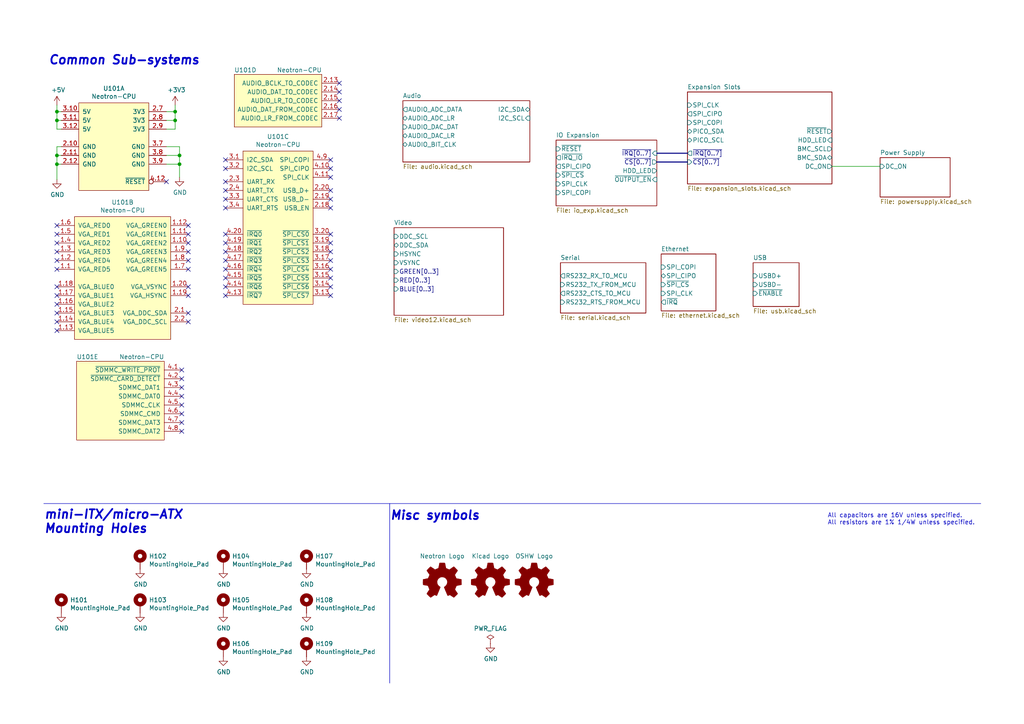
<source format=kicad_sch>
(kicad_sch (version 20230121) (generator eeschema)
  (paper "A4")
  (title_block (title "Neotron Common Hardware") (date "2022-12-26") (rev "[Uncontrolled]") (company "https://neotron-compute.github.io/") (comment 1 "Licenced as CC BY-SA") (comment 2 "Copyright (c) The Neotron Developers, 2022"))
  (lib_symbols
    (symbol "Graphic:Logo_Open_Hardware_Small" (pin_names (offset 1.016))
      (symbol "Logo_Open_Hardware_Small_0_1"
        (polyline (pts (xy 3.3528 -4.3434) (xy 3.302 -4.318) (xy 3.175 -4.2418) (xy 2.9972 -4.1148) (xy 2.7686 -3.9624) (xy 2.54 -3.81) (xy 2.3622 -3.7084) (xy 2.2352 -3.6068) (xy 2.1844 -3.5814) (xy 2.159 -3.6068) (xy 2.0574 -3.6576) (xy 1.905 -3.7338) (xy 1.8034 -3.7846) (xy 1.6764 -3.8354) (xy 1.6002 -3.8354) (xy 1.6002 -3.8354) (xy 1.5494 -3.7338) (xy 1.4732 -3.5306) (xy 1.3462 -3.302) (xy 1.2446 -3.0226) (xy 1.1176 -2.7178) (xy 0.9652 -2.413) (xy 0.8636 -2.1082) (xy 0.7366 -1.8288) (xy 0.6604 -1.6256) (xy 0.6096 -1.4732) (xy 0.5842 -1.397) (xy 0.5842 -1.397) (xy 0.6604 -1.3208) (xy 0.7874 -1.2446) (xy 1.0414 -1.016) (xy 1.2954 -0.6858) (xy 1.4478 -0.3302) (xy 1.524 0.0762) (xy 1.4732 0.4572) (xy 1.3208 0.8128) (xy 1.0668 1.143) (xy 0.762 1.3716) (xy 0.4064 1.524) (xy 0 1.5748) (xy -0.381 1.5494) (xy -0.7366 1.397) (xy -1.0668 1.143) (xy -1.2192 0.9906) (xy -1.397 0.6604) (xy -1.524 0.3048) (xy -1.524 0.2286) (xy -1.4986 -0.1778) (xy -1.397 -0.5334) (xy -1.1938 -0.8636) (xy -0.9144 -1.143) (xy -0.8636 -1.1684) (xy -0.7366 -1.27) (xy -0.635 -1.3462) (xy -0.5842 -1.397) (xy -1.0668 -2.5908) (xy -1.143 -2.794) (xy -1.2954 -3.1242) (xy -1.397 -3.4036) (xy -1.4986 -3.6322) (xy -1.5748 -3.7846) (xy -1.6002 -3.8354) (xy -1.6002 -3.8354) (xy -1.651 -3.8354) (xy -1.7272 -3.81) (xy -1.905 -3.7338) (xy -2.0066 -3.683) (xy -2.1336 -3.6068) (xy -2.2098 -3.5814) (xy -2.2606 -3.6068) (xy -2.3622 -3.683) (xy -2.54 -3.81) (xy -2.7686 -3.9624) (xy -2.9718 -4.0894) (xy -3.1496 -4.2164) (xy -3.302 -4.318) (xy -3.3528 -4.3434) (xy -3.3782 -4.3434) (xy -3.429 -4.318) (xy -3.5306 -4.2164) (xy -3.7084 -4.064) (xy -3.937 -3.8354) (xy -3.9624 -3.81) (xy -4.1656 -3.6068) (xy -4.318 -3.4544) (xy -4.4196 -3.3274) (xy -4.445 -3.2766) (xy -4.445 -3.2766) (xy -4.4196 -3.2258) (xy -4.318 -3.0734) (xy -4.2164 -2.8956) (xy -4.064 -2.667) (xy -3.6576 -2.0828) (xy -3.8862 -1.5494) (xy -3.937 -1.3716) (xy -4.0386 -1.1684) (xy -4.0894 -1.0414) (xy -4.1148 -0.9652) (xy -4.191 -0.9398) (xy -4.318 -0.9144) (xy -4.5466 -0.8636) (xy -4.8006 -0.8128) (xy -5.0546 -0.7874) (xy -5.2578 -0.7366) (xy -5.4356 -0.7112) (xy -5.5118 -0.6858) (xy -5.5118 -0.6858) (xy -5.5372 -0.635) (xy -5.5372 -0.5588) (xy -5.5372 -0.4318) (xy -5.5626 -0.2286) (xy -5.5626 0.0762) (xy -5.5626 0.127) (xy -5.5372 0.4064) (xy -5.5372 0.635) (xy -5.5372 0.762) (xy -5.5372 0.8382) (xy -5.5372 0.8382) (xy -5.461 0.8382) (xy -5.3086 0.889) (xy -5.08 0.9144) (xy -4.826 0.9652) (xy -4.8006 0.9906) (xy -4.5466 1.0414) (xy -4.318 1.0668) (xy -4.1656 1.1176) (xy -4.0894 1.143) (xy -4.0894 1.143) (xy -4.0386 1.2446) (xy -3.9624 1.4224) (xy -3.8608 1.6256) (xy -3.7846 1.8288) (xy -3.7084 2.0066) (xy -3.6576 2.159) (xy -3.6322 2.2098) (xy -3.6322 2.2098) (xy -3.683 2.286) (xy -3.7592 2.413) (xy -3.8862 2.5908) (xy -4.064 2.8194) (xy -4.064 2.8448) (xy -4.2164 3.0734) (xy -4.3434 3.2512) (xy -4.4196 3.3782) (xy -4.445 3.4544) (xy -4.445 3.4544) (xy -4.3942 3.5052) (xy -4.2926 3.6322) (xy -4.1148 3.81) (xy -3.937 4.0132) (xy -3.8608 4.064) (xy -3.6576 4.2926) (xy -3.5052 4.4196) (xy -3.4036 4.4958) (xy -3.3528 4.5212) (xy -3.3528 4.5212) (xy -3.302 4.4704) (xy -3.1496 4.3688) (xy -2.9718 4.2418) (xy -2.7432 4.0894) (xy -2.7178 4.0894) (xy -2.4892 3.937) (xy -2.3114 3.81) (xy -2.1844 3.7084) (xy -2.1336 3.683) (xy -2.1082 3.683) (xy -2.032 3.7084) (xy -1.8542 3.7592) (xy -1.6764 3.8354) (xy -1.4732 3.937) (xy -1.27 4.0132) (xy -1.143 4.064) (xy -1.0668 4.1148) (xy -1.0668 4.1148) (xy -1.0414 4.191) (xy -1.016 4.3434) (xy -0.9652 4.572) (xy -0.9144 4.8514) (xy -0.889 4.9022) (xy -0.8382 5.1562) (xy -0.8128 5.3848) (xy -0.7874 5.5372) (xy -0.762 5.588) (xy -0.7112 5.6134) (xy -0.5842 5.6134) (xy -0.4064 5.6134) (xy -0.1524 5.6134) (xy 0.0762 5.6134) (xy 0.3302 5.6134) (xy 0.5334 5.6134) (xy 0.6858 5.588) (xy 0.7366 5.588) (xy 0.7366 5.588) (xy 0.762 5.5118) (xy 0.8128 5.334) (xy 0.8382 5.1054) (xy 0.9144 4.826) (xy 0.9144 4.7752) (xy 0.9652 4.5212) (xy 1.016 4.2926) (xy 1.0414 4.1402) (xy 1.0668 4.0894) (xy 1.0668 4.0894) (xy 1.1938 4.0386) (xy 1.3716 3.9624) (xy 1.5748 3.8608) (xy 2.0828 3.6576) (xy 2.7178 4.0894) (xy 2.7686 4.1402) (xy 2.9972 4.2926) (xy 3.175 4.4196) (xy 3.302 4.4958) (xy 3.3782 4.5212) (xy 3.3782 4.5212) (xy 3.429 4.4704) (xy 3.556 4.3434) (xy 3.7338 4.191) (xy 3.9116 3.9878) (xy 4.064 3.8354) (xy 4.2418 3.6576) (xy 4.3434 3.556) (xy 4.4196 3.4798) (xy 4.4196 3.429) (xy 4.4196 3.4036) (xy 4.3942 3.3274) (xy 4.2926 3.2004) (xy 4.1656 2.9972) (xy 4.0132 2.794) (xy 3.8862 2.5908) (xy 3.7592 2.3876) (xy 3.6576 2.2352) (xy 3.6322 2.159) (xy 3.6322 2.1336) (xy 3.683 2.0066) (xy 3.7592 1.8288) (xy 3.8608 1.6002) (xy 4.064 1.1176) (xy 4.3942 1.0414) (xy 4.5974 1.016) (xy 4.8768 0.9652) (xy 5.1308 0.9144) (xy 5.5372 0.8382) (xy 5.5626 -0.6604) (xy 5.4864 -0.6858) (xy 5.4356 -0.6858) (xy 5.2832 -0.7366) (xy 5.0546 -0.762) (xy 4.8006 -0.8128) (xy 4.5974 -0.8636) (xy 4.3688 -0.9144) (xy 4.2164 -0.9398) (xy 4.1402 -0.9398) (xy 4.1148 -0.9652) (xy 4.064 -1.0668) (xy 3.9878 -1.2446) (xy 3.9116 -1.4478) (xy 3.81 -1.651) (xy 3.7338 -1.8542) (xy 3.683 -2.0066) (xy 3.6576 -2.0828) (xy 3.683 -2.1336) (xy 3.7846 -2.2606) (xy 3.8862 -2.4638) (xy 4.0386 -2.667) (xy 4.191 -2.8956) (xy 4.318 -3.0734) (xy 4.3942 -3.2004) (xy 4.445 -3.2766) (xy 4.4196 -3.3274) (xy 4.3434 -3.429) (xy 4.1656 -3.5814) (xy 3.937 -3.8354) (xy 3.8862 -3.8608) (xy 3.683 -4.064) (xy 3.5306 -4.2164) (xy 3.4036 -4.318) (xy 3.3528 -4.3434)) (fill (type outline)))
      )
    )
    (symbol "Mechanical:MountingHole_Pad" (pin_numbers hide) (pin_names (offset 1.016) hide)
      (property "Reference" "H" (at 0 6.35 0))
      (property "Value" "MountingHole_Pad" (at 0 4.445 0))
      (symbol "MountingHole_Pad_0_1"
        (circle (center 0 1.27) (radius 1.27) (stroke (width 1.27)))
      )
      (symbol "MountingHole_Pad_1_1"
        (pin input line (at 0 -2.54 90) (length 2.54) (name "1") (number "1"))
      )
    )
    (symbol "Neotron-Common-Hardware:Neotron-CPU" (pin_names (offset 1.016))
      (property "Reference" "U" (at 10.16 8.89 0))
      (property "Value" "Neotron-CPU" (at -10.16 8.89 0))
      (symbol "Neotron-CPU_1_1"
        (rectangle (start -10.16 7.62) (end 10.16 -17.78) (fill (type background)))
        (pin power_in line (at -15.24 -5.08 0) (length 5.08) (name "GND") (number "2.10"))
        (pin power_in line (at -15.24 -7.62 0) (length 5.08) (name "GND") (number "2.11"))
        (pin power_in line (at -15.24 -10.16 0) (length 5.08) (name "GND") (number "2.12"))
        (pin power_in line (at 15.24 5.08 180) (length 5.08) (name "3V3") (number "2.7"))
        (pin power_in line (at 15.24 2.54 180) (length 5.08) (name "3V3") (number "2.8"))
        (pin power_in line (at 15.24 0 180) (length 5.08) (name "3V3") (number "2.9"))
        (pin power_in line (at -15.24 5.08 0) (length 5.08) (name "5V") (number "3.10"))
        (pin power_in line (at -15.24 2.54 0) (length 5.08) (name "5V") (number "3.11"))
        (pin power_in line (at -15.24 0 0) (length 5.08) (name "5V") (number "3.12"))
        (pin power_in line (at 15.24 -5.08 180) (length 5.08) (name "GND") (number "3.7"))
        (pin power_in line (at 15.24 -7.62 180) (length 5.08) (name "GND") (number "3.8"))
        (pin power_in line (at 15.24 -10.16 180) (length 5.08) (name "GND") (number "3.9"))
        (pin input inverted (at 15.24 -15.24 180) (length 5.08) (name "~{RESET}") (number "4.12"))
      )
      (symbol "Neotron-CPU_2_1"
        (rectangle (start -12.7 7.62) (end 15.24 -27.94) (fill (type background)))
        (pin output line (at -17.78 -7.62 0) (length 5.08) (name "VGA_RED5") (number "1.1"))
        (pin output line (at 20.32 0 180) (length 5.08) (name "VGA_GREEN2") (number "1.10"))
        (pin output line (at 20.32 2.54 180) (length 5.08) (name "VGA_GREEN1") (number "1.11"))
        (pin output line (at 20.32 5.08 180) (length 5.08) (name "VGA_GREEN0") (number "1.12"))
        (pin output line (at -17.78 -25.4 0) (length 5.08) (name "VGA_BLUE5") (number "1.13"))
        (pin output line (at -17.78 -22.86 0) (length 5.08) (name "VGA_BLUE4") (number "1.14"))
        (pin output line (at -17.78 -20.32 0) (length 5.08) (name "VGA_BLUE3") (number "1.15"))
        (pin output line (at -17.78 -17.78 0) (length 5.08) (name "VGA_BLUE2") (number "1.16"))
        (pin output line (at -17.78 -15.24 0) (length 5.08) (name "VGA_BLUE1") (number "1.17"))
        (pin output line (at -17.78 -12.7 0) (length 5.08) (name "VGA_BLUE0") (number "1.18"))
        (pin output line (at 20.32 -15.24 180) (length 5.08) (name "VGA_HSYNC") (number "1.19"))
        (pin output line (at -17.78 -5.08 0) (length 5.08) (name "VGA_RED4") (number "1.2"))
        (pin output line (at 20.32 -12.7 180) (length 5.08) (name "VGA_VSYNC") (number "1.20"))
        (pin output line (at -17.78 -2.54 0) (length 5.08) (name "VGA_RED3") (number "1.3"))
        (pin output line (at -17.78 0 0) (length 5.08) (name "VGA_RED2") (number "1.4"))
        (pin output line (at -17.78 2.54 0) (length 5.08) (name "VGA_RED1") (number "1.5"))
        (pin output line (at -17.78 5.08 0) (length 5.08) (name "VGA_RED0") (number "1.6"))
        (pin output line (at 20.32 -7.62 180) (length 5.08) (name "VGA_GREEN5") (number "1.7"))
        (pin output line (at 20.32 -5.08 180) (length 5.08) (name "VGA_GREEN4") (number "1.8"))
        (pin output line (at 20.32 -2.54 180) (length 5.08) (name "VGA_GREEN3") (number "1.9"))
        (pin bidirectional line (at 20.32 -20.32 180) (length 5.08) (name "VGA_DDC_SDA") (number "2.1"))
        (pin bidirectional line (at 20.32 -22.86 180) (length 5.08) (name "VGA_DDC_SCL") (number "2.2"))
      )
      (symbol "Neotron-CPU_3_1"
        (rectangle (start -10.16 7.62) (end 10.16 -36.83) (fill (type background)))
        (pin output line (at 15.24 -8.89 180) (length 5.08) (name "USB_EN") (number "2.18"))
        (pin bidirectional line (at 15.24 -6.35 180) (length 5.08) (name "USB_D-") (number "2.19"))
        (pin bidirectional line (at 15.24 -3.81 180) (length 5.08) (name "USB_D+") (number "2.20"))
        (pin input line (at -15.24 -1.27 0) (length 5.08) (name "UART_RX") (number "2.3"))
        (pin output line (at -15.24 -3.81 0) (length 5.08) (name "UART_TX") (number "2.4"))
        (pin bidirectional line (at -15.24 5.08 0) (length 5.08) (name "I2C_SDA") (number "3.1"))
        (pin output line (at 15.24 -34.29 180) (length 5.08) (name "~{SPI_CS7}") (number "3.13"))
        (pin output line (at 15.24 -31.75 180) (length 5.08) (name "~{SPI_CS6}") (number "3.14"))
        (pin output line (at 15.24 -29.21 180) (length 5.08) (name "~{SPI_CS5}") (number "3.15"))
        (pin output line (at 15.24 -26.67 180) (length 5.08) (name "~{SPI_CS4}") (number "3.16"))
        (pin output line (at 15.24 -24.13 180) (length 5.08) (name "~{SPI_CS3}") (number "3.17"))
        (pin output line (at 15.24 -21.59 180) (length 5.08) (name "~{SPI_CS2}") (number "3.18"))
        (pin output line (at 15.24 -19.05 180) (length 5.08) (name "~{SPI_CS1}") (number "3.19"))
        (pin bidirectional line (at -15.24 2.54 0) (length 5.08) (name "I2C_SCL") (number "3.2"))
        (pin output line (at 15.24 -16.51 180) (length 5.08) (name "~{SPI_CS0}") (number "3.20"))
        (pin input line (at -15.24 -6.35 0) (length 5.08) (name "UART_CTS") (number "3.3"))
        (pin output line (at -15.24 -8.89 0) (length 5.08) (name "UART_RTS") (number "3.4"))
        (pin input line (at 15.24 2.54 180) (length 5.08) (name "SPI_CIPO") (number "4.10"))
        (pin output line (at 15.24 0 180) (length 5.08) (name "SPI_CLK") (number "4.11"))
        (pin input line (at -15.24 -34.29 0) (length 5.08) (name "~{IRQ7}") (number "4.13"))
        (pin input line (at -15.24 -31.75 0) (length 5.08) (name "~{IRQ6}") (number "4.14"))
        (pin input line (at -15.24 -29.21 0) (length 5.08) (name "~{IRQ5}") (number "4.15"))
        (pin input line (at -15.24 -26.67 0) (length 5.08) (name "~{IRQ4}") (number "4.16"))
        (pin input line (at -15.24 -24.13 0) (length 5.08) (name "~{IRQ3}") (number "4.17"))
        (pin input line (at -15.24 -21.59 0) (length 5.08) (name "~{IRQ2}") (number "4.18"))
        (pin input line (at -15.24 -19.05 0) (length 5.08) (name "~{IRQ1}") (number "4.19"))
        (pin input line (at -15.24 -16.51 0) (length 5.08) (name "~{IRQ0}") (number "4.20"))
        (pin output line (at 15.24 5.08 180) (length 5.08) (name "SPI_COPI") (number "4.9"))
      )
      (symbol "Neotron-CPU_4_1"
        (rectangle (start -12.7 7.62) (end 12.7 -7.62) (fill (type background)))
        (pin output line (at -17.78 5.08 0) (length 5.08) (name "AUDIO_BCLK_TO_CODEC") (number "2.13"))
        (pin output line (at -17.78 2.54 0) (length 5.08) (name "AUDIO_DAT_TO_CODEC") (number "2.14"))
        (pin output line (at -17.78 0 0) (length 5.08) (name "AUDIO_LR_TO_CODEC") (number "2.15"))
        (pin input line (at -17.78 -2.54 0) (length 5.08) (name "AUDIO_DAT_FROM_CODEC") (number "2.16"))
        (pin input line (at -17.78 -5.08 0) (length 5.08) (name "AUDIO_LR_FROM_CODEC") (number "2.17"))
      )
      (symbol "Neotron-CPU_5_1"
        (rectangle (start -12.7 7.62) (end 12.7 -15.24) (fill (type background)))
        (pin input line (at -17.78 5.08 0) (length 5.08) (name "~{SDMMC_WRITE_PROT}") (number "4.1"))
        (pin input line (at -17.78 2.54 0) (length 5.08) (name "~{SDMMC_CARD_DETECT}") (number "4.2"))
        (pin bidirectional line (at -17.78 0 0) (length 5.08) (name "SDMMC_DAT1") (number "4.3"))
        (pin bidirectional line (at -17.78 -2.54 0) (length 5.08) (name "SDMMC_DAT0") (number "4.4"))
        (pin output line (at -17.78 -5.08 0) (length 5.08) (name "SDMMC_CLK") (number "4.5"))
        (pin output line (at -17.78 -7.62 0) (length 5.08) (name "SDMMC_CMD") (number "4.6"))
        (pin bidirectional line (at -17.78 -10.16 0) (length 5.08) (name "SDMMC_DAT3") (number "4.7"))
        (pin bidirectional line (at -17.78 -12.7 0) (length 5.08) (name "SDMMC_DAT2") (number "4.8"))
      )
    )
    (symbol "power:+3V3" (power) (pin_names (offset 0))
      (property "Value" "+3V3" (at 0 3.556 0))
      (symbol "+3V3_0_1"
        (polyline (pts (xy -0.762 1.27) (xy 0 2.54)))
        (polyline (pts (xy 0 0) (xy 0 2.54)))
        (polyline (pts (xy 0 2.54) (xy 0.762 1.27)))
      )
      (symbol "+3V3_1_1"
        (pin power_in line (at 0 0 90) (length 0) hide (name "+3V3") (number "1"))
      )
    )
    (symbol "power:+5V" (power) (pin_names (offset 0))
      (property "Value" "+5V" (at 0 3.556 0))
      (symbol "+5V_0_1"
        (polyline (pts (xy -0.762 1.27) (xy 0 2.54)))
        (polyline (pts (xy 0 0) (xy 0 2.54)))
        (polyline (pts (xy 0 2.54) (xy 0.762 1.27)))
      )
      (symbol "+5V_1_1"
        (pin power_in line (at 0 0 90) (length 0) hide (name "+5V") (number "1"))
      )
    )
    (symbol "power:GND" (power) (pin_names (offset 0))
      (property "Value" "GND" (at 0 -3.81 0))
      (symbol "GND_0_1"
        (polyline (pts (xy 0 0) (xy 0 -1.27) (xy 1.27 -1.27) (xy 0 -2.54) (xy -1.27 -1.27) (xy 0 -1.27)))
      )
      (symbol "GND_1_1"
        (pin power_in line (at 0 0 270) (length 0) hide (name "GND") (number "1"))
      )
    )
    (symbol "power:PWR_FLAG" (power) (pin_numbers hide) (pin_names (offset 0) hide)
      (property "Value" "PWR_FLAG" (at 0 3.81 0))
      (symbol "PWR_FLAG_0_0"
        (pin power_out line (at 0 0 90) (length 0) (name "pwr") (number "1"))
      )
      (symbol "PWR_FLAG_0_1"
        (polyline (pts (xy 0 0) (xy 0 1.27) (xy -1.016 1.905) (xy 0 2.54) (xy 1.016 1.905) (xy 0 1.27)))
      )
    )
  )
  (junction (at 16.51 47.625))
  (junction (at 16.51 45.085))
  (junction (at 16.51 32.385))
  (junction (at 50.8 34.925))
  (junction (at 16.51 34.925))
  (junction (at 52.07 47.625))
  (junction (at 52.07 45.085))
  (junction (at 50.8 32.385))
  (no_connect (at 65.405 52.705))
  (no_connect (at 98.425 34.29))
  (no_connect (at 65.405 80.645))
  (no_connect (at 95.885 73.025))
  (no_connect (at 95.885 55.245))
  (no_connect (at 65.405 67.945))
  (no_connect (at 16.51 90.805))
  (no_connect (at 95.885 83.185))
  (no_connect (at 16.51 67.945))
  (no_connect (at 16.51 70.485))
  (no_connect (at 54.61 65.405))
  (no_connect (at 16.51 73.025))
  (no_connect (at 98.425 29.21))
  (no_connect (at 54.61 85.725))
  (no_connect (at 65.405 85.725))
  (no_connect (at 54.61 93.345))
  (no_connect (at 54.61 73.025))
  (no_connect (at 95.885 70.485))
  (no_connect (at 95.885 80.645))
  (no_connect (at 16.51 88.265))
  (no_connect (at 65.405 48.895))
  (no_connect (at 65.405 57.785))
  (no_connect (at 54.61 67.945))
  (no_connect (at 65.405 70.485))
  (no_connect (at 65.405 78.105))
  (no_connect (at 65.405 75.565))
  (no_connect (at 95.885 57.785))
  (no_connect (at 95.885 46.355))
  (no_connect (at 16.51 85.725))
  (no_connect (at 54.61 83.185))
  (no_connect (at 95.885 67.945))
  (no_connect (at 16.51 65.405))
  (no_connect (at 65.405 83.185))
  (no_connect (at 52.705 112.395))
  (no_connect (at 48.26 52.705))
  (no_connect (at 16.51 93.345))
  (no_connect (at 65.405 73.025))
  (no_connect (at 16.51 75.565))
  (no_connect (at 65.405 46.355))
  (no_connect (at 54.61 70.485))
  (no_connect (at 95.885 85.725))
  (no_connect (at 98.425 26.67))
  (no_connect (at 52.705 120.015))
  (no_connect (at 16.51 83.185))
  (no_connect (at 95.885 51.435))
  (no_connect (at 54.61 90.805))
  (no_connect (at 52.705 114.935))
  (no_connect (at 54.61 75.565))
  (no_connect (at 54.61 78.105))
  (no_connect (at 65.405 55.245))
  (no_connect (at 95.885 75.565))
  (no_connect (at 52.705 125.095))
  (no_connect (at 95.885 60.325))
  (no_connect (at 52.705 109.855))
  (no_connect (at 52.705 122.555))
  (no_connect (at 95.885 48.895))
  (no_connect (at 16.51 78.105))
  (no_connect (at 52.705 117.475))
  (no_connect (at 65.405 60.325))
  (no_connect (at 16.51 95.885))
  (no_connect (at 95.885 78.105))
  (no_connect (at 98.425 31.75))
  (no_connect (at 52.705 107.315))
  (no_connect (at 98.425 24.13))
  (bus (pts (xy 190.5 46.99) (xy 199.39 46.99)))
  (wire (pts (xy 17.78 32.385) (xy 16.51 32.385)))
  (wire (pts (xy 48.26 42.545) (xy 52.07 42.545)))
  (wire (pts (xy 16.51 45.085) (xy 16.51 47.625)))
  (bus (pts (xy 190.5 44.45) (xy 199.39 44.45)))
  (wire (pts (xy 48.26 45.085) (xy 52.07 45.085)))
  (wire (pts (xy 48.26 32.385) (xy 50.8 32.385)))
  (wire (pts (xy 48.26 37.465) (xy 50.8 37.465)))
  (wire (pts (xy 52.07 42.545) (xy 52.07 45.085)))
  (polyline (pts (xy 113.03 146.05) (xy 113.03 198.12)))
  (wire (pts (xy 50.8 32.385) (xy 50.8 30.48)))
  (wire (pts (xy 16.51 34.925) (xy 16.51 32.385)))
  (wire (pts (xy 52.07 47.625) (xy 52.07 51.435)))
  (wire (pts (xy 17.78 37.465) (xy 16.51 37.465)))
  (wire (pts (xy 17.78 34.925) (xy 16.51 34.925)))
  (wire (pts (xy 52.07 45.085) (xy 52.07 47.625)))
  (wire (pts (xy 16.51 47.625) (xy 16.51 52.07)))
  (wire (pts (xy 48.26 47.625) (xy 52.07 47.625)))
  (polyline (pts (xy 12.7 146.05) (xy 284.48 146.05)))
  (wire (pts (xy 16.51 42.545) (xy 16.51 45.085)))
  (wire (pts (xy 16.51 32.385) (xy 16.51 30.48)))
  (wire (pts (xy 48.26 34.925) (xy 50.8 34.925)))
  (wire (pts (xy 50.8 37.465) (xy 50.8 34.925)))
  (wire (pts (xy 241.3 48.26) (xy 255.27 48.26)))
  (wire (pts (xy 50.8 34.925) (xy 50.8 32.385)))
  (wire (pts (xy 17.78 47.625) (xy 16.51 47.625)))
  (wire (pts (xy 17.78 45.085) (xy 16.51 45.085)))
  (wire (pts (xy 17.78 42.545) (xy 16.51 42.545)))
  (wire (pts (xy 16.51 37.465) (xy 16.51 34.925)))
  (text "mini-ITX/micro-ATX\nMounting Holes" (at 12.7 154.94 0) (effects (font (size 2.54 2.54) (thickness 0.508) bold italic) (justify left bottom)))
  (text "Common Sub-systems" (at 13.97 19.05 0) (effects (font (size 2.54 2.54) (thickness 0.508) bold italic) (justify left bottom)))
  (text "Misc symbols" (at 113.03 151.13 0) (effects (font (size 2.54 2.54) (thickness 0.508) bold italic) (justify left bottom)))
  (text "All capacitors are 16V unless specified.\nAll resistors are 1% 1/4W unless specified." (at 240.03 152.4 0) (effects (font (size 1.27 1.27)) (justify left bottom)))
  (symbol (lib_id "Graphic:Logo_Open_Hardware_Small") (at 154.94 168.91 0) (unit 1)
    (property "Reference" "LOGO103" (effects hide))
    (property "Value" "OSHW Logo" (at 154.94 161.29 0))
    (property "Footprint" "Symbol:OSHW-Logo_11.4x12mm_SilkScreen" (effects hide))
    (property "DNP" "1" (effects hide))
  )
  (symbol (lib_id "Graphic:Logo_Open_Hardware_Small") (at 142.24 168.91 0) (unit 1)
    (property "Reference" "LOGO102" (effects hide))
    (property "Value" "Kicad Logo" (at 142.24 161.29 0))
    (property "Footprint" "Symbol:KiCad-Logo2_12mm_SilkScreen" (effects hide))
    (property "DNP" "1" (effects hide))
  )
  (symbol (lib_id "Graphic:Logo_Open_Hardware_Small") (at 128.27 168.91 0) (unit 1)
    (property "Reference" "LOGO101" (effects hide))
    (property "Value" "Neotron Logo" (at 128.27 161.29 0))
    (property "Footprint" "Neotron-Common-Hardware:logo" (effects hide))
    (property "DNP" "1" (effects hide))
  )
  (symbol (lib_id "power:+5V") (at 16.51 30.48 0) (unit 1)
    (property "Reference" "#PWR0101" (effects hide))
    (property "Value" "+5V" (at 16.891 26.0858 0))
  )
  (symbol (lib_id "power:+3V3") (at 50.8 30.48 0) (unit 1)
    (property "Reference" "#PWR0106" (effects hide))
    (property "Value" "+3V3" (at 51.181 26.0858 0))
  )
  (symbol (lib_id "power:GND") (at 16.51 52.07 0) (unit 1)
    (property "Reference" "#PWR0102" (effects hide))
    (property "Value" "GND" (at 16.637 56.4642 0))
  )
  (symbol (lib_id "power:GND") (at 52.07 51.435 0) (unit 1)
    (property "Reference" "#PWR0107" (effects hide))
    (property "Value" "GND" (at 52.197 55.8292 0))
  )
  (symbol (lib_id "Neotron-Common-Hardware:Neotron-CPU") (at 33.02 37.465 0) (unit 1)
    (property "Reference" "U101" (at 33.02 25.654 0))
    (property "Value" "Neotron-CPU" (at 33.02 27.9654 0))
    (property "Footprint" "Neotron-Common-Hardware:Neotron_CPU_Socket" (effects hide))
    (property "Datasheet" "https://github.com/neotron-compute" (effects hide))
    (property "DNP" "1" (effects hide))
  )
  (symbol (lib_id "Neotron-Common-Hardware:Neotron-CPU") (at 34.29 70.485 0) (unit 2)
    (property "Reference" "U101" (at 35.56 58.674 0))
    (property "Value" "Neotron-CPU" (at 35.56 60.9854 0))
    (property "Footprint" "Neotron-Common-Hardware:Neotron_CPU_Socket" (effects hide))
    (property "Datasheet" "https://github.com/neotron-compute" (effects hide))
    (property "DNP" "1" (effects hide))
  )
  (symbol (lib_id "Neotron-Common-Hardware:Neotron-CPU") (at 80.645 51.435 0) (unit 3)
    (property "Reference" "U101" (at 80.645 39.624 0))
    (property "Value" "Neotron-CPU" (at 80.645 41.9354 0))
    (property "Footprint" "Neotron-Common-Hardware:Neotron_CPU_Socket" (effects hide))
    (property "Datasheet" "https://github.com/neotron-compute" (effects hide))
    (property "DNP" "1" (effects hide))
  )
  (symbol (lib_id "Neotron-Common-Hardware:Neotron-CPU") (at 80.645 29.21 0) (mirror y) (unit 4)
    (property "Reference" "U101" (at 67.945 20.32 0) (effects (justify right)))
    (property "Value" "Neotron-CPU" (at 93.345 20.32 0) (effects (justify left)))
    (property "Footprint" "Neotron-Common-Hardware:Neotron_CPU_Socket" (effects hide))
    (property "Datasheet" "https://github.com/neotron-compute" (effects hide))
    (property "DNP" "1" (effects hide))
  )
  (symbol (lib_id "Neotron-Common-Hardware:Neotron-CPU") (at 34.925 112.395 0) (mirror y) (unit 5)
    (property "Reference" "U101" (at 22.225 103.505 0) (effects (justify right)))
    (property "Value" "Neotron-CPU" (at 47.625 103.505 0) (effects (justify left)))
    (property "Footprint" "Neotron-Common-Hardware:Neotron_CPU_Socket" (effects hide))
    (property "Datasheet" "https://github.com/neotron-compute" (effects hide))
    (property "DNP" "1" (effects hide))
  )
  (symbol (lib_id "power:GND") (at 142.24 186.69 0) (unit 1)
    (property "Reference" "#PWR0114" (effects hide))
    (property "Value" "GND" (at 142.367 191.0842 0))
  )
  (symbol (lib_id "power:PWR_FLAG") (at 142.24 186.69 0) (unit 1)
    (property "Reference" "#FLG0101" (effects hide))
    (property "Value" "PWR_FLAG" (at 142.24 182.2958 0))
  )
  (symbol (lib_id "Mechanical:MountingHole_Pad") (at 40.64 162.56 0) (unit 1)
    (property "Reference" "H102" (at 43.18 161.3154 0) (effects (justify left)))
    (property "Value" "MountingHole_Pad" (at 43.18 163.6268 0) (effects (justify left)))
    (property "Footprint" "MountingHole:MountingHole_4.3mm_M4_Pad_Via" (effects hide))
    (property "DNP" "1" (effects hide))
  )
  (symbol (lib_id "Mechanical:MountingHole_Pad") (at 40.64 175.26 0) (unit 1)
    (property "Reference" "H103" (at 43.18 174.0154 0) (effects (justify left)))
    (property "Value" "MountingHole_Pad" (at 43.18 176.3268 0) (effects (justify left)))
    (property "Footprint" "MountingHole:MountingHole_4.3mm_M4_Pad_Via" (effects hide))
    (property "DNP" "1" (effects hide))
  )
  (symbol (lib_id "Mechanical:MountingHole_Pad") (at 64.77 162.56 0) (unit 1)
    (property "Reference" "H104" (at 67.31 161.3154 0) (effects (justify left)))
    (property "Value" "MountingHole_Pad" (at 67.31 163.6268 0) (effects (justify left)))
    (property "Footprint" "MountingHole:MountingHole_4.3mm_M4_Pad_Via" (effects hide))
    (property "DNP" "1" (effects hide))
  )
  (symbol (lib_id "Mechanical:MountingHole_Pad") (at 64.77 175.26 0) (unit 1)
    (property "Reference" "H105" (at 67.31 174.0154 0) (effects (justify left)))
    (property "Value" "MountingHole_Pad" (at 67.31 176.3268 0) (effects (justify left)))
    (property "Footprint" "MountingHole:MountingHole_4.3mm_M4_Pad_Via" (effects hide))
    (property "DNP" "1" (effects hide))
  )
  (symbol (lib_id "Mechanical:MountingHole_Pad") (at 88.9 162.56 0) (unit 1)
    (property "Reference" "H107" (at 91.44 161.3154 0) (effects (justify left)))
    (property "Value" "MountingHole_Pad" (at 91.44 163.6268 0) (effects (justify left)))
    (property "Footprint" "MountingHole:MountingHole_4.3mm_M4_Pad_Via" (effects hide))
    (property "DNP" "1" (effects hide))
  )
  (symbol (lib_id "Mechanical:MountingHole_Pad") (at 64.77 187.96 0) (unit 1)
    (property "Reference" "H106" (at 67.31 186.7154 0) (effects (justify left)))
    (property "Value" "MountingHole_Pad" (at 67.31 189.0268 0) (effects (justify left)))
    (property "Footprint" "MountingHole:MountingHole_4.3mm_M4_Pad_Via" (effects hide))
    (property "DNP" "1" (effects hide))
  )
  (symbol (lib_id "Mechanical:MountingHole_Pad") (at 17.78 175.26 0) (unit 1)
    (property "Reference" "H101" (at 20.32 174.0154 0) (effects (justify left)))
    (property "Value" "MountingHole_Pad" (at 20.32 176.3268 0) (effects (justify left)))
    (property "Footprint" "MountingHole:MountingHole_4.3mm_M4_Pad_Via" (effects hide))
    (property "DNP" "1" (effects hide))
  )
  (symbol (lib_id "power:GND") (at 40.64 177.8 0) (unit 1)
    (property "Reference" "#PWR0105" (effects hide))
    (property "Value" "GND" (at 40.767 182.1942 0))
  )
  (symbol (lib_id "power:GND") (at 64.77 177.8 0) (unit 1)
    (property "Reference" "#PWR0109" (effects hide))
    (property "Value" "GND" (at 64.897 182.1942 0))
  )
  (symbol (lib_id "power:GND") (at 64.77 190.5 0) (unit 1)
    (property "Reference" "#PWR0110" (effects hide))
    (property "Value" "GND" (at 64.897 194.8942 0))
  )
  (symbol (lib_id "power:GND") (at 17.78 177.8 0) (unit 1)
    (property "Reference" "#PWR0103" (effects hide))
    (property "Value" "GND" (at 17.907 182.1942 0))
  )
  (symbol (lib_id "power:GND") (at 88.9 165.1 0) (unit 1)
    (property "Reference" "#PWR0111" (effects hide))
    (property "Value" "GND" (at 89.027 169.4942 0))
  )
  (symbol (lib_id "power:GND") (at 64.77 165.1 0) (unit 1)
    (property "Reference" "#PWR0108" (effects hide))
    (property "Value" "GND" (at 64.897 169.4942 0))
  )
  (symbol (lib_id "power:GND") (at 40.64 165.1 0) (unit 1)
    (property "Reference" "#PWR0104" (effects hide))
    (property "Value" "GND" (at 40.767 169.4942 0))
  )
  (symbol (lib_id "Mechanical:MountingHole_Pad") (at 88.9 187.96 0) (unit 1)
    (property "Reference" "H109" (at 91.44 186.7154 0) (effects (justify left)))
    (property "Value" "MountingHole_Pad" (at 91.44 189.0268 0) (effects (justify left)))
    (property "Footprint" "MountingHole:MountingHole_4.3mm_M4_Pad_Via" (effects hide))
    (property "DNP" "1" (effects hide))
  )
  (symbol (lib_id "Mechanical:MountingHole_Pad") (at 88.9 175.26 0) (unit 1)
    (property "Reference" "H108" (at 91.44 174.0154 0) (effects (justify left)))
    (property "Value" "MountingHole_Pad" (at 91.44 176.3268 0) (effects (justify left)))
    (property "Footprint" "MountingHole:MountingHole_4.3mm_M4_Pad_Via" (effects hide))
    (property "DNP" "1" (effects hide))
  )
  (symbol (lib_id "power:GND") (at 88.9 190.5 0) (unit 1)
    (property "Reference" "#PWR0113" (effects hide))
    (property "Value" "GND" (at 89.027 194.8942 0))
  )
  (symbol (lib_id "power:GND") (at 88.9 177.8 0) (unit 1)
    (property "Reference" "#PWR0112" (effects hide))
    (property "Value" "GND" (at 89.027 182.1942 0))
  )
  (sheet (at 191.77 73.66) (size 15.875 16.51)
    (property "Sheetname" "Ethernet" (at 191.77 72.9484 0) (effects (justify left bottom)))
    (property "Sheetfile" "ethernet.kicad_sch" (at 191.77 90.7546 0) (effects (justify left top)))
    (pin "SPI_COPI" input (at 191.77 77.47 180))
    (pin "~{SPI_CS}" input (at 191.77 82.55 180))
    (pin "SPI_CLK" input (at 191.77 85.09 180))
    (pin "~{IRQ}" output (at 191.77 87.63 180))
    (pin "SPI_CIPO" tri_state (at 191.77 80.01 180))
  )
  (sheet (at 218.44 76.2) (size 13.335 12.7)
    (property "Sheetname" "USB" (at 218.44 75.4884 0) (effects (justify left bottom)))
    (property "Sheetfile" "usb.kicad_sch" (at 218.44 89.4846 0) (effects (justify left top)))
    (pin "USBD+" input (at 218.44 80.01 180))
    (pin "USBD-" input (at 218.44 82.55 180))
    (pin "~{ENABLE}" input (at 218.44 85.09 180))
  )
  (sheet (at 162.56 76.2) (size 24.765 14.605)
    (property "Sheetname" "Serial" (at 162.56 75.4884 0) (effects (justify left bottom)))
    (property "Sheetfile" "serial.kicad_sch" (at 162.56 91.3896 0) (effects (justify left top)))
    (pin "RS232_TX_FROM_MCU" input (at 162.56 82.55 180))
    (pin "RS232_RX_TO_MCU" output (at 162.56 80.01 180))
    (pin "RS232_RTS_FROM_MCU" input (at 162.56 87.63 180))
    (pin "RS232_CTS_TO_MCU" output (at 162.56 85.09 180))
  )
  (sheet (at 199.39 26.67) (size 41.91 26.67) (stroke (width 0.1524))
    (property "Sheetname" "Expansion Slots" (at 199.39 25.9584 0) (effects (justify left bottom)))
    (property "Sheetfile" "expansion_slots.kicad_sch" (at 199.39 53.9246 0) (effects (justify left top)))
    (pin "BMC_SCL" output (at 241.3 43.18 0))
    (pin "BMC_SDA" bidirectional (at 241.3 45.72 0))
    (pin "HDD_LED" input (at 241.3 40.64 0))
    (pin "DC_ON" output (at 241.3 48.26 0))
    (pin "~{CS[0..7]}" input (at 199.39 46.99 180))
    (pin "~{IRQ[0..7]}" output (at 199.39 44.45 180))
    (pin "SPI_COPI" input (at 199.39 35.56 180))
    (pin "~{RESET}" output (at 241.3 38.1 0))
    (pin "SPI_CIPO" output (at 199.39 33.02 180))
    (pin "PICO_SDA" bidirectional (at 199.39 38.1 180))
    (pin "SPI_CLK" input (at 199.39 30.48 180))
    (pin "PICO_SCL" bidirectional (at 199.39 40.64 180))
  )
  (sheet (at 161.29 40.64) (size 29.21 19.05) (stroke (width 0.1524))
    (property "Sheetname" "IO Expansion" (at 161.29 39.9284 0) (effects (justify left bottom)))
    (property "Sheetfile" "io_exp.kicad_sch" (at 161.29 60.2746 0) (effects (justify left top)))
    (pin "~{RESET}" input (at 161.29 43.18 180))
    (pin "~{IRQ_IO}" output (at 161.29 45.72 180))
    (pin "SPI_CIPO" output (at 161.29 48.26 180))
    (pin "~{SPI_CS}" input (at 161.29 50.8 180))
    (pin "SPI_CLK" input (at 161.29 53.34 180))
    (pin "SPI_COPI" input (at 161.29 55.88 180))
    (pin "~{IRQ[0..7]}" input (at 190.5 44.45 0))
    (pin "~{CS[0..7]}" output (at 190.5 46.99 0))
    (pin "HDD_LED" output (at 190.5 49.53 0))
    (pin "~{OUTPUT_EN}" input (at 190.5 52.07 0))
  )
  (sheet (at 114.3 66.04) (size 31.75 25.4) (stroke (width 0.1524))
    (property "Sheetname" "Video" (at 114.3 65.3284 0) (effects (justify left bottom)))
    (property "Sheetfile" "video12.kicad_sch" (at 114.3 92.0246 0) (effects (justify left top)))
    (pin "DDC_SCL" input (at 114.3 68.58 180))
    (pin "DDC_SDA" bidirectional (at 114.3 71.12 180))
    (pin "HSYNC" input (at 114.3 73.66 180))
    (pin "VSYNC" input (at 114.3 76.2 180))
    (pin "GREEN[0..3]" input (at 114.3 78.74 180))
    (pin "RED[0..3]" input (at 114.3 81.28 180))
    (pin "BLUE[0..3]" input (at 114.3 83.82 180))
  )
  (sheet (at 255.27 45.72) (size 20.32 11.43) (stroke (width 0.1524))
    (property "Sheetname" "Power Supply" (at 255.27 45.0084 0) (effects (justify left bottom)))
    (property "Sheetfile" "powersupply.kicad_sch" (at 255.27 57.7346 0) (effects (justify left top)))
    (pin "DC_ON" input (at 255.27 48.26 180))
  )
  (sheet (at 116.84 29.21) (size 36.83 17.78) (stroke (width 0.1524))
    (property "Sheetname" "Audio" (at 116.84 28.4984 0) (effects (justify left bottom)))
    (property "Sheetfile" "audio.kicad_sch" (at 116.84 47.5746 0) (effects (justify left top)))
    (pin "AUDIO_ADC_DATA" output (at 116.84 31.75 180))
    (pin "AUDIO_ADC_LR" bidirectional (at 116.84 34.29 180))
    (pin "AUDIO_DAC_DAT" input (at 116.84 36.83 180))
    (pin "AUDIO_DAC_LR" bidirectional (at 116.84 39.37 180))
    (pin "AUDIO_BIT_CLK" bidirectional (at 116.84 41.91 180))
    (pin "I2C_SDA" bidirectional (at 153.67 31.75 0))
    (pin "I2C_SCL" input (at 153.67 34.29 0))
  )
)
</source>
